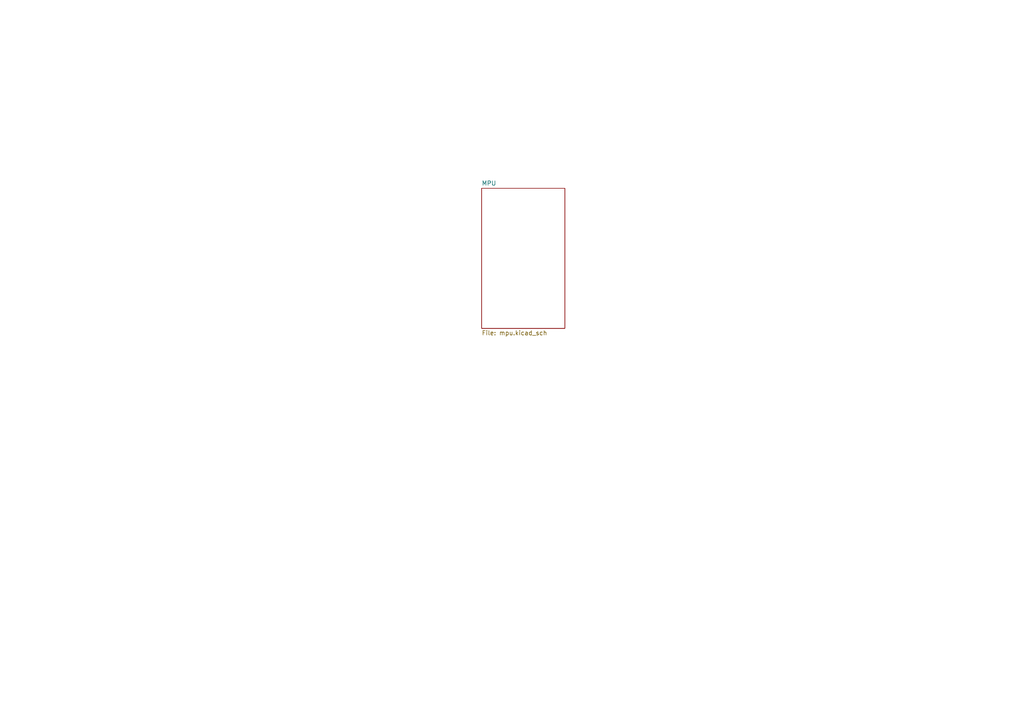
<source format=kicad_sch>
(kicad_sch (version 20211123) (generator eeschema)
  (paper "A4")
  (title_block (title "PatekBoard") (date "2022-05-01") (rev "0.1") (company "Pátek - zájmový kroužek, z.s."))
  (lib_symbols)
  (sheet (at 139.7 54.61) (size 24.13 40.64) (stroke (width 0.1524))
    (property "Sheet name" "MPU" (at 139.7 53.8984 0) (effects (justify left bottom)))
    (property "Sheet file" "mpu.kicad_sch" (at 139.7 95.8346 0) (effects (justify left top)))
  )
)
</source>
